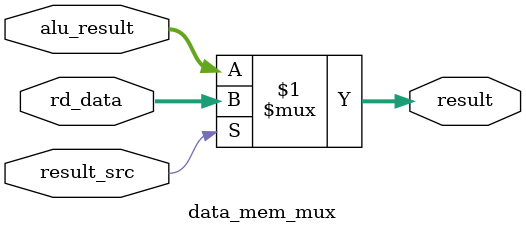
<source format=sv>
module data_mem_mux #(
    parameter DATA_WIDTH = 32
) (
    input logic [DATA_WIDTH-1:0] rd_data,
    input logic [DATA_WIDTH-1:0] alu_result,
    input logic result_src,
    output logic [DATA_WIDTH-1:0] result
);

  assign result = result_src ? rd_data : alu_result;

endmodule

</source>
